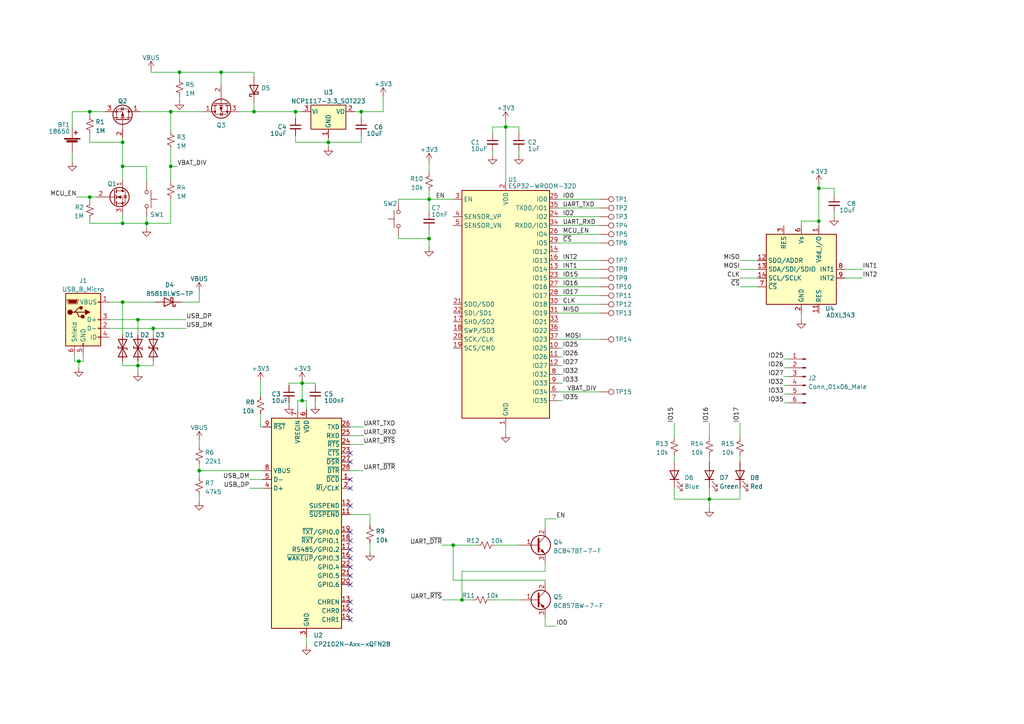
<source format=kicad_sch>
(kicad_sch (version 20211123) (generator eeschema)
  (paper "A4")
  (lib_symbols
    (symbol "Connector:Conn_01x06_Male" (pin_names (offset 1.016) hide)
      (property "Reference" "J" (at 0 7.62 0))
      (property "Value" "Conn_01x06_Male" (at 0 -10.16 0))
      (symbol "Conn_01x06_Male_1_1"
        (polyline (pts (xy 1.27 -7.62) (xy 0.8636 -7.62)) (stroke (width 0.1524)))
        (polyline (pts (xy 1.27 -5.08) (xy 0.8636 -5.08)) (stroke (width 0.1524)))
        (polyline (pts (xy 1.27 -2.54) (xy 0.8636 -2.54)) (stroke (width 0.1524)))
        (polyline (pts (xy 1.27 0) (xy 0.8636 0)) (stroke (width 0.1524)))
        (polyline (pts (xy 1.27 2.54) (xy 0.8636 2.54)) (stroke (width 0.1524)))
        (polyline (pts (xy 1.27 5.08) (xy 0.8636 5.08)) (stroke (width 0.1524)))
        (rectangle (start 0.8636 -7.493) (end 0 -7.747) (stroke (width 0.1524)) (fill (type outline)))
        (rectangle (start 0.8636 -4.953) (end 0 -5.207) (stroke (width 0.1524)) (fill (type outline)))
        (rectangle (start 0.8636 -2.413) (end 0 -2.667) (stroke (width 0.1524)) (fill (type outline)))
        (rectangle (start 0.8636 0.127) (end 0 -0.127) (stroke (width 0.1524)) (fill (type outline)))
        (rectangle (start 0.8636 2.667) (end 0 2.413) (stroke (width 0.1524)) (fill (type outline)))
        (rectangle (start 0.8636 5.207) (end 0 4.953) (stroke (width 0.1524)) (fill (type outline)))
        (pin passive line (at 5.08 5.08 180) (length 3.81) (name "Pin_1") (number "1"))
        (pin passive line (at 5.08 2.54 180) (length 3.81) (name "Pin_2") (number "2"))
        (pin passive line (at 5.08 0 180) (length 3.81) (name "Pin_3") (number "3"))
        (pin passive line (at 5.08 -2.54 180) (length 3.81) (name "Pin_4") (number "4"))
        (pin passive line (at 5.08 -5.08 180) (length 3.81) (name "Pin_5") (number "5"))
        (pin passive line (at 5.08 -7.62 180) (length 3.81) (name "Pin_6") (number "6"))
      )
    )
    (symbol "Connector:TestPoint" (pin_numbers hide) (pin_names (offset 0.762) hide)
      (property "Reference" "TP" (at 0 6.858 0))
      (property "Value" "TestPoint" (at 0 5.08 0))
      (symbol "TestPoint_0_1"
        (circle (center 0 3.302) (radius 0.762))
      )
      (symbol "TestPoint_1_1"
        (pin passive line (at 0 0 90) (length 2.54) (name "1") (number "1"))
      )
    )
    (symbol "Connector:USB_B_Micro" (pin_names (offset 1.016))
      (property "Reference" "J" (at -5.08 11.43 0))
      (property "Value" "USB_B_Micro" (at -5.08 8.89 0))
      (symbol "USB_B_Micro_0_1"
        (rectangle (start -5.08 -7.62) (end 5.08 7.62) (stroke (width 0.254)) (fill (type background)))
        (circle (center -3.81 2.159) (radius 0.635) (stroke (width 0.254)) (fill (type outline)))
        (circle (center -0.635 3.429) (radius 0.381) (stroke (width 0.254)) (fill (type outline)))
        (rectangle (start -0.127 -7.62) (end 0.127 -6.858))
        (polyline (pts (xy -1.905 2.159) (xy 0.635 2.159)) (stroke (width 0.254)))
        (polyline (pts (xy -3.175 2.159) (xy -2.54 2.159) (xy -1.27 3.429) (xy -0.635 3.429)) (stroke (width 0.254)))
        (polyline (pts (xy -2.54 2.159) (xy -1.905 2.159) (xy -1.27 0.889) (xy 0 0.889)) (stroke (width 0.254)))
        (polyline (pts (xy 0.635 2.794) (xy 0.635 1.524) (xy 1.905 2.159) (xy 0.635 2.794)) (stroke (width 0.254)) (fill (type outline)))
        (polyline (pts (xy -4.318 5.588) (xy -1.778 5.588) (xy -2.032 4.826) (xy -4.064 4.826) (xy -4.318 5.588)) (fill (type outline)))
        (polyline (pts (xy -4.699 5.842) (xy -4.699 5.588) (xy -4.445 4.826) (xy -4.445 4.572) (xy -1.651 4.572) (xy -1.651 4.826) (xy -1.397 5.588) (xy -1.397 5.842) (xy -4.699 5.842)))
        (rectangle (start 0.254 1.27) (end -0.508 0.508) (stroke (width 0.254)) (fill (type outline)))
        (rectangle (start 5.08 -5.207) (end 4.318 -4.953))
        (rectangle (start 5.08 -2.667) (end 4.318 -2.413))
        (rectangle (start 5.08 -0.127) (end 4.318 0.127))
        (rectangle (start 5.08 4.953) (end 4.318 5.207))
      )
      (symbol "USB_B_Micro_1_1"
        (pin power_out line (at 7.62 5.08 180) (length 2.54) (name "VBUS") (number "1"))
        (pin bidirectional line (at 7.62 -2.54 180) (length 2.54) (name "D-") (number "2"))
        (pin bidirectional line (at 7.62 0 180) (length 2.54) (name "D+") (number "3"))
        (pin passive line (at 7.62 -5.08 180) (length 2.54) (name "ID") (number "4"))
        (pin power_out line (at 0 -10.16 90) (length 2.54) (name "GND") (number "5"))
        (pin passive line (at -2.54 -10.16 90) (length 2.54) (name "Shield") (number "6"))
      )
    )
    (symbol "Device:Battery_Cell" (pin_numbers hide) (pin_names (offset 0) hide)
      (property "Reference" "BT" (at 2.54 2.54 0))
      (property "Value" "Battery_Cell" (at 2.54 0 0))
      (symbol "Battery_Cell_0_1"
        (rectangle (start -2.286 1.778) (end 2.286 1.524) (fill (type outline)))
        (rectangle (start -1.5748 1.1938) (end 1.4732 0.6858) (fill (type outline)))
        (polyline (pts (xy 0 0.762) (xy 0 0)))
        (polyline (pts (xy 0 1.778) (xy 0 2.54)))
        (polyline (pts (xy 0.508 3.429) (xy 1.524 3.429)) (stroke (width 0.254)))
        (polyline (pts (xy 1.016 3.937) (xy 1.016 2.921)) (stroke (width 0.254)))
      )
      (symbol "Battery_Cell_1_1"
        (pin passive line (at 0 5.08 270) (length 2.54) (name "+") (number "1"))
        (pin passive line (at 0 -2.54 90) (length 2.54) (name "-") (number "2"))
      )
    )
    (symbol "Device:C_Small" (pin_numbers hide) (pin_names (offset 0.254) hide)
      (property "Reference" "C" (at 0.254 1.778 0))
      (property "Value" "C_Small" (at 0.254 -2.032 0))
      (symbol "C_Small_0_1"
        (polyline (pts (xy -1.524 -0.508) (xy 1.524 -0.508)) (stroke (width 0.3302)))
        (polyline (pts (xy -1.524 0.508) (xy 1.524 0.508)) (stroke (width 0.3048)))
      )
      (symbol "C_Small_1_1"
        (pin passive line (at 0 2.54 270) (length 2.032) (name "~") (number "1"))
        (pin passive line (at 0 -2.54 90) (length 2.032) (name "~") (number "2"))
      )
    )
    (symbol "Device:D_Schottky" (pin_numbers hide) (pin_names (offset 1.016) hide)
      (property "Reference" "D" (at 0 2.54 0))
      (property "Value" "D_Schottky" (at 0 -2.54 0))
      (symbol "D_Schottky_0_1"
        (polyline (pts (xy 1.27 0) (xy -1.27 0)))
        (polyline (pts (xy 1.27 1.27) (xy 1.27 -1.27) (xy -1.27 0) (xy 1.27 1.27)) (stroke (width 0.254)))
        (polyline (pts (xy -1.905 0.635) (xy -1.905 1.27) (xy -1.27 1.27) (xy -1.27 -1.27) (xy -0.635 -1.27) (xy -0.635 -0.635)) (stroke (width 0.254)))
      )
      (symbol "D_Schottky_1_1"
        (pin passive line (at -3.81 0 0) (length 2.54) (name "K") (number "1"))
        (pin passive line (at 3.81 0 180) (length 2.54) (name "A") (number "2"))
      )
    )
    (symbol "Device:D_TVS" (pin_numbers hide) (pin_names (offset 1.016) hide)
      (property "Reference" "D" (at 0 2.54 0))
      (property "Value" "D_TVS" (at 0 -2.54 0))
      (symbol "D_TVS_0_1"
        (polyline (pts (xy 1.27 0) (xy -1.27 0)))
        (polyline (pts (xy 0.508 1.27) (xy 0 1.27) (xy 0 -1.27) (xy -0.508 -1.27)) (stroke (width 0.254)))
        (polyline (pts (xy -2.54 1.27) (xy -2.54 -1.27) (xy 2.54 1.27) (xy 2.54 -1.27) (xy -2.54 1.27)) (stroke (width 0.254)))
      )
      (symbol "D_TVS_1_1"
        (pin passive line (at -3.81 0 0) (length 2.54) (name "A1") (number "1"))
        (pin passive line (at 3.81 0 180) (length 2.54) (name "A2") (number "2"))
      )
    )
    (symbol "Device:LED" (pin_numbers hide) (pin_names (offset 1.016) hide)
      (property "Reference" "D" (at 0 2.54 0))
      (property "Value" "LED" (at 0 -2.54 0))
      (symbol "LED_0_1"
        (polyline (pts (xy -1.27 -1.27) (xy -1.27 1.27)) (stroke (width 0.254)))
        (polyline (pts (xy -1.27 0) (xy 1.27 0)))
        (polyline (pts (xy 1.27 -1.27) (xy 1.27 1.27) (xy -1.27 0) (xy 1.27 -1.27)) (stroke (width 0.254)))
        (polyline (pts (xy -3.048 -0.762) (xy -4.572 -2.286) (xy -3.81 -2.286) (xy -4.572 -2.286) (xy -4.572 -1.524)))
        (polyline (pts (xy -1.778 -0.762) (xy -3.302 -2.286) (xy -2.54 -2.286) (xy -3.302 -2.286) (xy -3.302 -1.524)))
      )
      (symbol "LED_1_1"
        (pin passive line (at -3.81 0 0) (length 2.54) (name "K") (number "1"))
        (pin passive line (at 3.81 0 180) (length 2.54) (name "A") (number "2"))
      )
    )
    (symbol "Device:Q_NMOS_DGS" (pin_names (offset 0) hide)
      (property "Reference" "Q" (at 5.08 1.27 0))
      (property "Value" "Q_NMOS_DGS" (at 5.08 -1.27 0))
      (symbol "Q_NMOS_DGS_0_1"
        (polyline (pts (xy 0.254 0) (xy -2.54 0)))
        (polyline (pts (xy 0.254 1.905) (xy 0.254 -1.905)) (stroke (width 0.254)))
        (polyline (pts (xy 0.762 -1.27) (xy 0.762 -2.286)) (stroke (width 0.254)))
        (polyline (pts (xy 0.762 0.508) (xy 0.762 -0.508)) (stroke (width 0.254)))
        (polyline (pts (xy 0.762 2.286) (xy 0.762 1.27)) (stroke (width 0.254)))
        (polyline (pts (xy 2.54 2.54) (xy 2.54 1.778)))
        (polyline (pts (xy 2.54 -2.54) (xy 2.54 0) (xy 0.762 0)))
        (polyline (pts (xy 0.762 -1.778) (xy 3.302 -1.778) (xy 3.302 1.778) (xy 0.762 1.778)))
        (polyline (pts (xy 1.016 0) (xy 2.032 0.381) (xy 2.032 -0.381) (xy 1.016 0)) (fill (type outline)))
        (polyline (pts (xy 2.794 0.508) (xy 2.921 0.381) (xy 3.683 0.381) (xy 3.81 0.254)))
        (polyline (pts (xy 3.302 0.381) (xy 2.921 -0.254) (xy 3.683 -0.254) (xy 3.302 0.381)))
        (circle (center 1.651 0) (radius 2.794) (stroke (width 0.254)))
        (circle (center 2.54 -1.778) (radius 0.254) (fill (type outline)))
        (circle (center 2.54 1.778) (radius 0.254) (fill (type outline)))
      )
      (symbol "Q_NMOS_DGS_1_1"
        (pin passive line (at 2.54 5.08 270) (length 2.54) (name "D") (number "1"))
        (pin input line (at -5.08 0 0) (length 2.54) (name "G") (number "2"))
        (pin passive line (at 2.54 -5.08 90) (length 2.54) (name "S") (number "3"))
      )
    )
    (symbol "Device:Q_NPN_BCE" (pin_names (offset 0) hide)
      (property "Reference" "Q" (at 5.08 1.27 0))
      (property "Value" "Q_NPN_BCE" (at 5.08 -1.27 0))
      (symbol "Q_NPN_BCE_0_1"
        (polyline (pts (xy 0.635 0.635) (xy 2.54 2.54)))
        (polyline (pts (xy 0.635 -0.635) (xy 2.54 -2.54) (xy 2.54 -2.54)))
        (polyline (pts (xy 0.635 1.905) (xy 0.635 -1.905) (xy 0.635 -1.905)) (stroke (width 0.508)))
        (polyline (pts (xy 1.27 -1.778) (xy 1.778 -1.27) (xy 2.286 -2.286) (xy 1.27 -1.778) (xy 1.27 -1.778)) (fill (type outline)))
        (circle (center 1.27 0) (radius 2.8194) (stroke (width 0.254)))
      )
      (symbol "Q_NPN_BCE_1_1"
        (pin input line (at -5.08 0 0) (length 5.715) (name "B") (number "1"))
        (pin passive line (at 2.54 5.08 270) (length 2.54) (name "C") (number "2"))
        (pin passive line (at 2.54 -5.08 90) (length 2.54) (name "E") (number "3"))
      )
    )
    (symbol "Device:Q_PMOS_DGS" (pin_names (offset 0) hide)
      (property "Reference" "Q" (at 5.08 1.27 0))
      (property "Value" "Q_PMOS_DGS" (at 5.08 -1.27 0))
      (symbol "Q_PMOS_DGS_0_1"
        (polyline (pts (xy 0.254 0) (xy -2.54 0)))
        (polyline (pts (xy 0.254 1.905) (xy 0.254 -1.905)) (stroke (width 0.254)))
        (polyline (pts (xy 0.762 -1.27) (xy 0.762 -2.286)) (stroke (width 0.254)))
        (polyline (pts (xy 0.762 0.508) (xy 0.762 -0.508)) (stroke (width 0.254)))
        (polyline (pts (xy 0.762 2.286) (xy 0.762 1.27)) (stroke (width 0.254)))
        (polyline (pts (xy 2.54 2.54) (xy 2.54 1.778)))
        (polyline (pts (xy 2.54 -2.54) (xy 2.54 0) (xy 0.762 0)))
        (polyline (pts (xy 0.762 1.778) (xy 3.302 1.778) (xy 3.302 -1.778) (xy 0.762 -1.778)))
        (polyline (pts (xy 2.286 0) (xy 1.27 0.381) (xy 1.27 -0.381) (xy 2.286 0)) (fill (type outline)))
        (polyline (pts (xy 2.794 -0.508) (xy 2.921 -0.381) (xy 3.683 -0.381) (xy 3.81 -0.254)))
        (polyline (pts (xy 3.302 -0.381) (xy 2.921 0.254) (xy 3.683 0.254) (xy 3.302 -0.381)))
        (circle (center 1.651 0) (radius 2.794) (stroke (width 0.254)))
        (circle (center 2.54 -1.778) (radius 0.254) (fill (type outline)))
        (circle (center 2.54 1.778) (radius 0.254) (fill (type outline)))
      )
      (symbol "Q_PMOS_DGS_1_1"
        (pin passive line (at 2.54 5.08 270) (length 2.54) (name "D") (number "1"))
        (pin input line (at -5.08 0 0) (length 2.54) (name "G") (number "2"))
        (pin passive line (at 2.54 -5.08 90) (length 2.54) (name "S") (number "3"))
      )
    )
    (symbol "Device:Q_PNP_BCE" (pin_names (offset 0) hide)
      (property "Reference" "Q" (at 5.08 1.27 0))
      (property "Value" "Q_PNP_BCE" (at 5.08 -1.27 0))
      (symbol "Q_PNP_BCE_0_1"
        (polyline (pts (xy 0.635 0.635) (xy 2.54 2.54)))
        (polyline (pts (xy 0.635 -0.635) (xy 2.54 -2.54) (xy 2.54 -2.54)))
        (polyline (pts (xy 0.635 1.905) (xy 0.635 -1.905) (xy 0.635 -1.905)) (stroke (width 0.508)))
        (polyline (pts (xy 2.286 -1.778) (xy 1.778 -2.286) (xy 1.27 -1.27) (xy 2.286 -1.778) (xy 2.286 -1.778)) (fill (type outline)))
        (circle (center 1.27 0) (radius 2.8194) (stroke (width 0.254)))
      )
      (symbol "Q_PNP_BCE_1_1"
        (pin input line (at -5.08 0 0) (length 5.715) (name "B") (number "1"))
        (pin passive line (at 2.54 5.08 270) (length 2.54) (name "C") (number "2"))
        (pin passive line (at 2.54 -5.08 90) (length 2.54) (name "E") (number "3"))
      )
    )
    (symbol "Device:R_Small_US" (pin_numbers hide) (pin_names (offset 0.254) hide)
      (property "Reference" "R" (at 0.762 0.508 0))
      (property "Value" "R_Small_US" (at 0.762 -1.016 0))
      (symbol "R_Small_US_1_1"
        (polyline (pts (xy 0 0) (xy 1.016 -0.381) (xy 0 -0.762) (xy -1.016 -1.143) (xy 0 -1.524)))
        (polyline (pts (xy 0 1.524) (xy 1.016 1.143) (xy 0 0.762) (xy -1.016 0.381) (xy 0 0)))
        (pin passive line (at 0 2.54 270) (length 1.016) (name "~") (number "1"))
        (pin passive line (at 0 -2.54 90) (length 1.016) (name "~") (number "2"))
      )
    )
    (symbol "Interface_USB:CP2102N-Axx-xQFN28"
      (property "Reference" "U" (at -8.89 31.75 0))
      (property "Value" "CP2102N-Axx-xQFN28" (at 12.7 31.75 0))
      (symbol "CP2102N-Axx-xQFN28_0_1"
        (rectangle (start -10.16 30.48) (end 10.16 -30.48) (stroke (width 0.254)) (fill (type background)))
      )
      (symbol "CP2102N-Axx-xQFN28_1_1"
        (pin input line (at 12.7 12.7 180) (length 2.54) (name "~{DCD}") (number "1"))
        (pin no_connect line (at -10.16 -27.94 0) (length 2.54) hide (name "NC") (number "10"))
        (pin output line (at 12.7 2.54 180) (length 2.54) (name "~{SUSPEND}") (number "11"))
        (pin output line (at 12.7 5.08 180) (length 2.54) (name "SUSPEND") (number "12"))
        (pin output line (at 12.7 -22.86 180) (length 2.54) (name "CHREN") (number "13"))
        (pin output line (at 12.7 -27.94 180) (length 2.54) (name "CHR1") (number "14"))
        (pin output line (at 12.7 -25.4 180) (length 2.54) (name "CHR0") (number "15"))
        (pin bidirectional line (at 12.7 -10.16 180) (length 2.54) (name "~{WAKEUP}/GPIO.3") (number "16"))
        (pin bidirectional line (at 12.7 -7.62 180) (length 2.54) (name "RS485/GPIO.2") (number "17"))
        (pin bidirectional line (at 12.7 -5.08 180) (length 2.54) (name "~{RXT}/GPIO.1") (number "18"))
        (pin bidirectional line (at 12.7 -2.54 180) (length 2.54) (name "~{TXT}/GPIO.0") (number "19"))
        (pin bidirectional line (at 12.7 10.16 180) (length 2.54) (name "~{RI}/CLK") (number "2"))
        (pin bidirectional line (at 12.7 -17.78 180) (length 2.54) (name "GPIO.6") (number "20"))
        (pin bidirectional line (at 12.7 -15.24 180) (length 2.54) (name "GPIO.5") (number "21"))
        (pin bidirectional line (at 12.7 -12.7 180) (length 2.54) (name "GPIO.4") (number "22"))
        (pin input line (at 12.7 20.32 180) (length 2.54) (name "~{CTS}") (number "23"))
        (pin output line (at 12.7 22.86 180) (length 2.54) (name "~{RTS}") (number "24"))
        (pin input line (at 12.7 25.4 180) (length 2.54) (name "RXD") (number "25"))
        (pin output line (at 12.7 27.94 180) (length 2.54) (name "TXD") (number "26"))
        (pin input line (at 12.7 17.78 180) (length 2.54) (name "~{DSR}") (number "27"))
        (pin output line (at 12.7 15.24 180) (length 2.54) (name "~{DTR}") (number "28"))
        (pin passive line (at 0 -33.02 90) (length 2.54) hide (name "GND") (number "29"))
        (pin power_in line (at 0 -33.02 90) (length 2.54) (name "GND") (number "3"))
        (pin bidirectional line (at -12.7 10.16 0) (length 2.54) (name "D+") (number "4"))
        (pin bidirectional line (at -12.7 12.7 0) (length 2.54) (name "D-") (number "5"))
        (pin power_in line (at 0 33.02 270) (length 2.54) (name "VDD") (number "6"))
        (pin power_in line (at -2.54 33.02 270) (length 2.54) (name "VREGIN") (number "7"))
        (pin input line (at -12.7 15.24 0) (length 2.54) (name "VBUS") (number "8"))
        (pin input line (at -12.7 27.94 0) (length 2.54) (name "~{RST}") (number "9"))
      )
    )
    (symbol "RF_Module:ESP32-WROOM-32D"
      (property "Reference" "U" (at -12.7 34.29 0))
      (property "Value" "ESP32-WROOM-32D" (at 1.27 34.29 0))
      (symbol "ESP32-WROOM-32D_0_1"
        (rectangle (start -12.7 33.02) (end 12.7 -33.02) (stroke (width 0.254)) (fill (type background)))
      )
      (symbol "ESP32-WROOM-32D_1_1"
        (pin power_in line (at 0 -35.56 90) (length 2.54) (name "GND") (number "1"))
        (pin bidirectional line (at 15.24 -12.7 180) (length 2.54) (name "IO25") (number "10"))
        (pin bidirectional line (at 15.24 -15.24 180) (length 2.54) (name "IO26") (number "11"))
        (pin bidirectional line (at 15.24 -17.78 180) (length 2.54) (name "IO27") (number "12"))
        (pin bidirectional line (at 15.24 10.16 180) (length 2.54) (name "IO14") (number "13"))
        (pin bidirectional line (at 15.24 15.24 180) (length 2.54) (name "IO12") (number "14"))
        (pin passive line (at 0 -35.56 90) (length 2.54) hide (name "GND") (number "15"))
        (pin bidirectional line (at 15.24 12.7 180) (length 2.54) (name "IO13") (number "16"))
        (pin bidirectional line (at -15.24 -5.08 0) (length 2.54) (name "SHD/SD2") (number "17"))
        (pin bidirectional line (at -15.24 -7.62 0) (length 2.54) (name "SWP/SD3") (number "18"))
        (pin bidirectional line (at -15.24 -12.7 0) (length 2.54) (name "SCS/CMD") (number "19"))
        (pin power_in line (at 0 35.56 270) (length 2.54) (name "VDD") (number "2"))
        (pin bidirectional line (at -15.24 -10.16 0) (length 2.54) (name "SCK/CLK") (number "20"))
        (pin bidirectional line (at -15.24 0 0) (length 2.54) (name "SDO/SD0") (number "21"))
        (pin bidirectional line (at -15.24 -2.54 0) (length 2.54) (name "SDI/SD1") (number "22"))
        (pin bidirectional line (at 15.24 7.62 180) (length 2.54) (name "IO15") (number "23"))
        (pin bidirectional line (at 15.24 25.4 180) (length 2.54) (name "IO2") (number "24"))
        (pin bidirectional line (at 15.24 30.48 180) (length 2.54) (name "IO0") (number "25"))
        (pin bidirectional line (at 15.24 20.32 180) (length 2.54) (name "IO4") (number "26"))
        (pin bidirectional line (at 15.24 5.08 180) (length 2.54) (name "IO16") (number "27"))
        (pin bidirectional line (at 15.24 2.54 180) (length 2.54) (name "IO17") (number "28"))
        (pin bidirectional line (at 15.24 17.78 180) (length 2.54) (name "IO5") (number "29"))
        (pin input line (at -15.24 30.48 0) (length 2.54) (name "EN") (number "3"))
        (pin bidirectional line (at 15.24 0 180) (length 2.54) (name "IO18") (number "30"))
        (pin bidirectional line (at 15.24 -2.54 180) (length 2.54) (name "IO19") (number "31"))
        (pin no_connect line (at -12.7 -27.94 0) (length 2.54) hide (name "NC") (number "32"))
        (pin bidirectional line (at 15.24 -5.08 180) (length 2.54) (name "IO21") (number "33"))
        (pin bidirectional line (at 15.24 22.86 180) (length 2.54) (name "RXD0/IO3") (number "34"))
        (pin bidirectional line (at 15.24 27.94 180) (length 2.54) (name "TXD0/IO1") (number "35"))
        (pin bidirectional line (at 15.24 -7.62 180) (length 2.54) (name "IO22") (number "36"))
        (pin bidirectional line (at 15.24 -10.16 180) (length 2.54) (name "IO23") (number "37"))
        (pin passive line (at 0 -35.56 90) (length 2.54) hide (name "GND") (number "38"))
        (pin passive line (at 0 -35.56 90) (length 2.54) hide (name "GND") (number "39"))
        (pin input line (at -15.24 25.4 0) (length 2.54) (name "SENSOR_VP") (number "4"))
        (pin input line (at -15.24 22.86 0) (length 2.54) (name "SENSOR_VN") (number "5"))
        (pin input line (at 15.24 -25.4 180) (length 2.54) (name "IO34") (number "6"))
        (pin input line (at 15.24 -27.94 180) (length 2.54) (name "IO35") (number "7"))
        (pin bidirectional line (at 15.24 -20.32 180) (length 2.54) (name "IO32") (number "8"))
        (pin bidirectional line (at 15.24 -22.86 180) (length 2.54) (name "IO33") (number "9"))
      )
    )
    (symbol "Regulator_Linear:NCP1117-3.3_SOT223" (pin_names (offset 0.254))
      (property "Reference" "U" (at -3.81 3.175 0))
      (property "Value" "NCP1117-3.3_SOT223" (at 0 3.175 0))
      (symbol "NCP1117-3.3_SOT223_0_1"
        (rectangle (start -5.08 -5.08) (end 5.08 1.905) (stroke (width 0.254)) (fill (type background)))
      )
      (symbol "NCP1117-3.3_SOT223_1_1"
        (pin power_in line (at 0 -7.62 90) (length 2.54) (name "GND") (number "1"))
        (pin power_out line (at 7.62 0 180) (length 2.54) (name "VO") (number "2"))
        (pin power_in line (at -7.62 0 0) (length 2.54) (name "VI") (number "3"))
      )
    )
    (symbol "Sensor_Motion:ADXL343"
      (property "Reference" "U" (at -8.89 11.43 0))
      (property "Value" "ADXL343" (at -7.62 -11.43 0))
      (symbol "ADXL343_0_1"
        (rectangle (start -10.16 10.16) (end 10.16 -10.16) (stroke (width 0.254)) (fill (type background)))
      )
      (symbol "ADXL343_1_1"
        (pin power_in line (at 5.08 12.7 270) (length 2.54) (name "Vdd_I/O") (number "1"))
        (pin no_connect line (at -5.08 -10.16 90) (length 2.54) hide (name "NC") (number "10"))
        (pin passive line (at 5.08 -12.7 90) (length 2.54) (name "RES") (number "11"))
        (pin bidirectional line (at -12.7 2.54 0) (length 2.54) (name "SDO/ADDR") (number "12"))
        (pin bidirectional line (at -12.7 0 0) (length 2.54) (name "SDA/SDI/SDIO") (number "13"))
        (pin input line (at -12.7 -2.54 0) (length 2.54) (name "SCL/SCLK") (number "14"))
        (pin power_in line (at 0 -12.7 90) (length 2.54) (name "GND") (number "2"))
        (pin passive line (at -5.08 12.7 270) (length 2.54) (name "RES") (number "3"))
        (pin passive line (at 0 -12.7 90) (length 2.54) hide (name "GND") (number "4"))
        (pin passive line (at 0 -12.7 90) (length 2.54) hide (name "GND") (number "5"))
        (pin power_in line (at 0 12.7 270) (length 2.54) (name "Vs") (number "6"))
        (pin input line (at -12.7 -5.08 0) (length 2.54) (name "~{CS}") (number "7"))
        (pin output line (at 12.7 0 180) (length 2.54) (name "INT1") (number "8"))
        (pin output line (at 12.7 -2.54 180) (length 2.54) (name "INT2") (number "9"))
      )
    )
    (symbol "Switch:SW_Push" (pin_numbers hide) (pin_names (offset 1.016) hide)
      (property "Reference" "SW" (at 1.27 2.54 0))
      (property "Value" "SW_Push" (at 0 -1.524 0))
      (symbol "SW_Push_0_1"
        (circle (center -2.032 0) (radius 0.508))
        (polyline (pts (xy 0 1.27) (xy 0 3.048)))
        (polyline (pts (xy 2.54 1.27) (xy -2.54 1.27)))
        (circle (center 2.032 0) (radius 0.508))
        (pin passive line (at -5.08 0 0) (length 2.54) (name "1") (number "1"))
        (pin passive line (at 5.08 0 180) (length 2.54) (name "2") (number "2"))
      )
    )
    (symbol "power:+3.3V" (power) (pin_names (offset 0))
      (property "Value" "+3.3V" (at 0 3.556 0))
      (symbol "+3.3V_0_1"
        (polyline (pts (xy -0.762 1.27) (xy 0 2.54)))
        (polyline (pts (xy 0 0) (xy 0 2.54)))
        (polyline (pts (xy 0 2.54) (xy 0.762 1.27)))
      )
      (symbol "+3.3V_1_1"
        (pin power_in line (at 0 0 90) (length 0) hide (name "+3V3") (number "1"))
      )
    )
    (symbol "power:GND" (power) (pin_names (offset 0))
      (property "Value" "GND" (at 0 -3.81 0))
      (symbol "GND_0_1"
        (polyline (pts (xy 0 0) (xy 0 -1.27) (xy 1.27 -1.27) (xy 0 -2.54) (xy -1.27 -1.27) (xy 0 -1.27)))
      )
      (symbol "GND_1_1"
        (pin power_in line (at 0 0 270) (length 0) hide (name "GND") (number "1"))
      )
    )
    (symbol "power:VBUS" (power) (pin_names (offset 0))
      (property "Value" "VBUS" (at 0 3.81 0))
      (symbol "VBUS_0_1"
        (polyline (pts (xy -0.762 1.27) (xy 0 2.54)))
        (polyline (pts (xy 0 0) (xy 0 2.54)))
        (polyline (pts (xy 0 2.54) (xy 0.762 1.27)))
      )
      (symbol "VBUS_1_1"
        (pin power_in line (at 0 0 90) (length 0) hide (name "VBUS") (number "1"))
      )
    )
  )
  (junction (at 49.53 32.385))
  (junction (at 124.46 57.785))
  (junction (at 87.63 111.125))
  (junction (at 87.63 116.205))
  (junction (at 35.56 41.275))
  (junction (at 104.775 32.385))
  (junction (at 131.445 158.115))
  (junction (at 85.725 32.385))
  (junction (at 73.66 32.385))
  (junction (at 237.49 54.61))
  (junction (at 133.985 173.99))
  (junction (at 124.46 69.215))
  (junction (at 35.56 87.63))
  (junction (at 49.53 48.26))
  (junction (at 22.86 104.775))
  (junction (at 95.25 41.275))
  (junction (at 42.545 64.77))
  (junction (at 40.005 106.045))
  (junction (at 35.56 64.77))
  (junction (at 35.56 48.26))
  (junction (at 237.49 64.135))
  (junction (at 146.685 36.83))
  (junction (at 26.035 32.385))
  (junction (at 205.74 144.78))
  (junction (at 52.07 20.955))
  (junction (at 26.035 57.15))
  (junction (at 40.005 92.71))
  (junction (at 44.45 95.25))
  (junction (at 57.785 136.525))
  (junction (at 64.135 20.955))
  (no_connect (at 101.6 146.685))
  (no_connect (at 101.6 154.305))
  (no_connect (at 101.6 177.165))
  (no_connect (at 101.6 179.705))
  (no_connect (at 101.6 174.625))
  (no_connect (at 101.6 156.845))
  (no_connect (at 101.6 169.545))
  (no_connect (at 101.6 167.005))
  (no_connect (at 101.6 164.465))
  (no_connect (at 101.6 161.925))
  (no_connect (at 101.6 159.385))
  (no_connect (at 101.6 133.985))
  (no_connect (at 101.6 139.065))
  (no_connect (at 101.6 141.605))
  (no_connect (at 101.6 131.445))
  (wire (pts (xy 214.63 132.08) (xy 214.63 133.985)))
  (wire (pts (xy 42.545 62.865) (xy 42.545 64.77)))
  (wire (pts (xy 104.775 32.385) (xy 102.87 32.385)))
  (wire (pts (xy 64.135 20.955) (xy 73.66 20.955)))
  (wire (pts (xy 43.815 20.955) (xy 52.07 20.955)))
  (wire (pts (xy 101.6 136.525) (xy 105.41 136.525)))
  (wire (pts (xy 214.63 75.565) (xy 219.71 75.565)))
  (wire (pts (xy 161.925 90.805) (xy 173.99 90.805)))
  (wire (pts (xy 250.19 78.105) (xy 245.11 78.105)))
  (wire (pts (xy 76.2 139.065) (xy 72.39 139.065)))
  (wire (pts (xy 88.9 116.205) (xy 88.9 118.745)))
  (wire (pts (xy 91.44 111.76) (xy 91.44 111.125)))
  (wire (pts (xy 40.005 104.775) (xy 40.005 106.045)))
  (wire (pts (xy 76.2 136.525) (xy 57.785 136.525)))
  (wire (pts (xy 228.6 104.14) (xy 227.33 104.14)))
  (wire (pts (xy 86.36 116.205) (xy 87.63 116.205)))
  (wire (pts (xy 161.925 67.945) (xy 173.99 67.945)))
  (wire (pts (xy 107.315 149.225) (xy 107.315 152.4)))
  (wire (pts (xy 91.44 111.125) (xy 87.63 111.125)))
  (wire (pts (xy 158.115 150.495) (xy 161.29 150.495)))
  (wire (pts (xy 161.925 85.725) (xy 173.99 85.725)))
  (wire (pts (xy 205.74 132.08) (xy 205.74 133.985)))
  (wire (pts (xy 85.725 39.37) (xy 85.725 41.275)))
  (wire (pts (xy 228.6 106.68) (xy 227.33 106.68)))
  (wire (pts (xy 133.985 173.99) (xy 133.985 165.735)))
  (wire (pts (xy 49.53 64.77) (xy 42.545 64.77)))
  (wire (pts (xy 73.66 29.845) (xy 73.66 32.385)))
  (wire (pts (xy 87.63 111.125) (xy 87.63 110.49)))
  (wire (pts (xy 161.925 80.645) (xy 173.99 80.645)))
  (wire (pts (xy 85.725 41.275) (xy 95.25 41.275)))
  (wire (pts (xy 111.125 27.94) (xy 111.125 32.385)))
  (wire (pts (xy 20.955 36.83) (xy 20.955 32.385)))
  (wire (pts (xy 44.45 95.25) (xy 44.45 97.155)))
  (wire (pts (xy 124.46 57.785) (xy 124.46 61.595)))
  (wire (pts (xy 75.565 123.825) (xy 75.565 120.015)))
  (wire (pts (xy 161.925 75.565) (xy 173.99 75.565)))
  (wire (pts (xy 40.005 106.045) (xy 40.005 107.95)))
  (wire (pts (xy 237.49 54.61) (xy 241.935 54.61)))
  (wire (pts (xy 57.785 136.525) (xy 57.785 134.62)))
  (wire (pts (xy 161.925 100.965) (xy 163.195 100.965)))
  (wire (pts (xy 232.41 65.405) (xy 232.41 64.135)))
  (wire (pts (xy 214.63 78.105) (xy 219.71 78.105)))
  (wire (pts (xy 42.545 64.77) (xy 42.545 66.04)))
  (wire (pts (xy 250.19 80.645) (xy 245.11 80.645)))
  (wire (pts (xy 161.925 57.785) (xy 173.99 57.785)))
  (wire (pts (xy 214.63 122.555) (xy 214.63 127)))
  (wire (pts (xy 128.27 173.99) (xy 133.985 173.99)))
  (wire (pts (xy 35.56 40.005) (xy 35.56 41.275)))
  (wire (pts (xy 101.6 126.365) (xy 105.41 126.365)))
  (wire (pts (xy 49.53 32.385) (xy 59.055 32.385)))
  (wire (pts (xy 161.925 98.425) (xy 173.99 98.425)))
  (wire (pts (xy 161.925 60.325) (xy 173.99 60.325)))
  (wire (pts (xy 22.86 104.775) (xy 22.86 106.68)))
  (wire (pts (xy 107.315 157.48) (xy 107.315 160.02)))
  (wire (pts (xy 57.785 136.525) (xy 57.785 138.43)))
  (wire (pts (xy 237.49 53.34) (xy 237.49 54.61)))
  (wire (pts (xy 40.005 92.71) (xy 53.975 92.71)))
  (wire (pts (xy 83.82 116.84) (xy 83.82 117.475)))
  (wire (pts (xy 20.955 32.385) (xy 26.035 32.385)))
  (wire (pts (xy 142.875 36.83) (xy 146.685 36.83)))
  (wire (pts (xy 44.45 106.045) (xy 40.005 106.045)))
  (wire (pts (xy 124.46 57.785) (xy 131.445 57.785)))
  (wire (pts (xy 35.56 48.26) (xy 42.545 48.26)))
  (wire (pts (xy 88.9 184.785) (xy 88.9 187.325)))
  (wire (pts (xy 150.495 43.815) (xy 150.495 45.085)))
  (wire (pts (xy 228.6 116.84) (xy 227.33 116.84)))
  (wire (pts (xy 20.955 44.45) (xy 20.955 46.99)))
  (wire (pts (xy 64.135 20.955) (xy 64.135 24.765)))
  (wire (pts (xy 26.035 63.5) (xy 26.035 64.77)))
  (wire (pts (xy 142.875 38.735) (xy 142.875 36.83)))
  (wire (pts (xy 83.82 111.76) (xy 83.82 111.125)))
  (wire (pts (xy 214.63 80.645) (xy 219.71 80.645)))
  (wire (pts (xy 21.59 104.775) (xy 22.86 104.775)))
  (wire (pts (xy 146.685 34.925) (xy 146.685 36.83)))
  (wire (pts (xy 241.935 61.595) (xy 241.935 62.865)))
  (wire (pts (xy 44.45 95.25) (xy 53.975 95.25)))
  (wire (pts (xy 195.58 122.555) (xy 195.58 127)))
  (wire (pts (xy 26.035 41.275) (xy 35.56 41.275)))
  (wire (pts (xy 205.74 144.78) (xy 205.74 147.32)))
  (wire (pts (xy 115.57 58.42) (xy 115.57 57.785)))
  (wire (pts (xy 35.56 62.23) (xy 35.56 64.77)))
  (wire (pts (xy 237.49 54.61) (xy 237.49 64.135)))
  (wire (pts (xy 69.215 32.385) (xy 73.66 32.385)))
  (wire (pts (xy 26.035 57.15) (xy 27.94 57.15)))
  (wire (pts (xy 91.44 116.84) (xy 91.44 117.475)))
  (wire (pts (xy 128.27 158.115) (xy 131.445 158.115)))
  (wire (pts (xy 43.815 20.32) (xy 43.815 20.955)))
  (wire (pts (xy 26.035 57.15) (xy 22.225 57.15)))
  (wire (pts (xy 85.725 32.385) (xy 85.725 34.29)))
  (wire (pts (xy 49.53 48.26) (xy 51.435 48.26)))
  (wire (pts (xy 161.925 103.505) (xy 163.195 103.505)))
  (wire (pts (xy 158.115 179.07) (xy 158.115 181.61)))
  (wire (pts (xy 115.57 57.785) (xy 124.46 57.785)))
  (wire (pts (xy 124.46 46.99) (xy 124.46 50.165)))
  (wire (pts (xy 205.74 144.78) (xy 214.63 144.78)))
  (wire (pts (xy 104.775 41.275) (xy 95.25 41.275)))
  (wire (pts (xy 161.925 111.125) (xy 163.195 111.125)))
  (wire (pts (xy 195.58 141.605) (xy 195.58 144.78)))
  (wire (pts (xy 158.115 168.275) (xy 131.445 168.275)))
  (wire (pts (xy 214.63 144.78) (xy 214.63 141.605)))
  (wire (pts (xy 161.925 106.045) (xy 163.195 106.045)))
  (wire (pts (xy 57.785 143.51) (xy 57.785 145.415)))
  (wire (pts (xy 195.58 132.08) (xy 195.58 133.985)))
  (wire (pts (xy 133.985 173.99) (xy 137.16 173.99)))
  (wire (pts (xy 205.74 122.555) (xy 205.74 127)))
  (wire (pts (xy 40.64 32.385) (xy 49.53 32.385)))
  (wire (pts (xy 101.6 149.225) (xy 107.315 149.225)))
  (wire (pts (xy 142.875 43.815) (xy 142.875 45.085)))
  (wire (pts (xy 57.785 127.635) (xy 57.785 129.54)))
  (wire (pts (xy 232.41 90.805) (xy 232.41 92.71)))
  (wire (pts (xy 35.56 87.63) (xy 45.085 87.63)))
  (wire (pts (xy 142.24 173.99) (xy 150.495 173.99)))
  (wire (pts (xy 52.07 22.86) (xy 52.07 20.955)))
  (wire (pts (xy 35.56 87.63) (xy 35.56 97.155)))
  (wire (pts (xy 205.74 141.605) (xy 205.74 144.78)))
  (wire (pts (xy 158.115 153.035) (xy 158.115 150.495)))
  (wire (pts (xy 31.75 87.63) (xy 35.56 87.63)))
  (wire (pts (xy 161.925 78.105) (xy 173.99 78.105)))
  (wire (pts (xy 111.125 32.385) (xy 104.775 32.385)))
  (wire (pts (xy 214.63 83.185) (xy 219.71 83.185)))
  (wire (pts (xy 161.925 116.205) (xy 163.195 116.205)))
  (wire (pts (xy 228.6 109.22) (xy 227.33 109.22)))
  (wire (pts (xy 49.53 48.26) (xy 49.53 52.705)))
  (wire (pts (xy 161.925 88.265) (xy 173.99 88.265)))
  (wire (pts (xy 76.2 123.825) (xy 75.565 123.825)))
  (wire (pts (xy 158.115 165.735) (xy 158.115 163.195)))
  (wire (pts (xy 95.25 40.005) (xy 95.25 41.275)))
  (wire (pts (xy 241.935 56.515) (xy 241.935 54.61)))
  (wire (pts (xy 35.56 41.275) (xy 35.56 48.26)))
  (wire (pts (xy 237.49 64.135) (xy 237.49 65.405)))
  (wire (pts (xy 87.63 116.205) (xy 88.9 116.205)))
  (wire (pts (xy 22.86 104.775) (xy 24.13 104.775)))
  (wire (pts (xy 124.46 66.675) (xy 124.46 69.215)))
  (wire (pts (xy 40.005 106.045) (xy 35.56 106.045)))
  (wire (pts (xy 40.005 92.71) (xy 40.005 97.155)))
  (wire (pts (xy 42.545 48.26) (xy 42.545 52.705)))
  (wire (pts (xy 143.51 158.115) (xy 150.495 158.115)))
  (wire (pts (xy 83.82 111.125) (xy 87.63 111.125)))
  (wire (pts (xy 52.07 20.955) (xy 64.135 20.955)))
  (wire (pts (xy 161.925 113.665) (xy 173.99 113.665)))
  (wire (pts (xy 150.495 38.735) (xy 150.495 36.83)))
  (wire (pts (xy 150.495 36.83) (xy 146.685 36.83)))
  (wire (pts (xy 26.035 32.385) (xy 26.035 33.655)))
  (wire (pts (xy 57.785 84.455) (xy 57.785 87.63)))
  (wire (pts (xy 24.13 104.775) (xy 24.13 102.87)))
  (wire (pts (xy 75.565 114.935) (xy 75.565 110.49)))
  (wire (pts (xy 86.36 118.745) (xy 86.36 116.205)))
  (wire (pts (xy 72.39 141.605) (xy 76.2 141.605)))
  (wire (pts (xy 124.46 69.215) (xy 124.46 71.755)))
  (wire (pts (xy 161.925 83.185) (xy 173.99 83.185)))
  (wire (pts (xy 21.59 102.87) (xy 21.59 104.775)))
  (wire (pts (xy 131.445 158.115) (xy 138.43 158.115)))
  (wire (pts (xy 73.66 32.385) (xy 85.725 32.385)))
  (wire (pts (xy 101.6 128.905) (xy 105.41 128.905)))
  (wire (pts (xy 35.56 106.045) (xy 35.56 104.775)))
  (wire (pts (xy 228.6 111.76) (xy 227.33 111.76)))
  (wire (pts (xy 31.75 95.25) (xy 44.45 95.25)))
  (wire (pts (xy 73.66 20.955) (xy 73.66 22.225)))
  (wire (pts (xy 161.925 62.865) (xy 173.99 62.865)))
  (wire (pts (xy 146.685 123.825) (xy 146.685 125.73)))
  (wire (pts (xy 44.45 104.775) (xy 44.45 106.045)))
  (wire (pts (xy 49.53 43.18) (xy 49.53 48.26)))
  (wire (pts (xy 26.035 32.385) (xy 30.48 32.385)))
  (wire (pts (xy 158.115 168.91) (xy 158.115 168.275)))
  (wire (pts (xy 85.725 32.385) (xy 87.63 32.385)))
  (wire (pts (xy 31.75 92.71) (xy 40.005 92.71)))
  (wire (pts (xy 101.6 123.825) (xy 105.41 123.825)))
  (wire (pts (xy 161.925 70.485) (xy 173.99 70.485)))
  (wire (pts (xy 161.925 65.405) (xy 173.99 65.405)))
  (wire (pts (xy 124.46 55.245) (xy 124.46 57.785)))
  (wire (pts (xy 26.035 38.735) (xy 26.035 41.275)))
  (wire (pts (xy 35.56 48.26) (xy 35.56 52.07)))
  (wire (pts (xy 115.57 68.58) (xy 115.57 69.215)))
  (wire (pts (xy 95.25 41.275) (xy 95.25 42.545)))
  (wire (pts (xy 35.56 64.77) (xy 26.035 64.77)))
  (wire (pts (xy 195.58 144.78) (xy 205.74 144.78)))
  (wire (pts (xy 87.63 116.205) (xy 87.63 111.125)))
  (wire (pts (xy 232.41 64.135) (xy 237.49 64.135)))
  (wire (pts (xy 52.705 87.63) (xy 57.785 87.63)))
  (wire (pts (xy 52.07 27.94) (xy 52.07 29.21)))
  (wire (pts (xy 49.53 32.385) (xy 49.53 38.1)))
  (wire (pts (xy 131.445 168.275) (xy 131.445 158.115)))
  (wire (pts (xy 158.115 181.61) (xy 161.29 181.61)))
  (wire (pts (xy 133.985 165.735) (xy 158.115 165.735)))
  (wire (pts (xy 49.53 57.785) (xy 49.53 64.77)))
  (wire (pts (xy 35.56 64.77) (xy 42.545 64.77)))
  (wire (pts (xy 146.685 36.83) (xy 146.685 52.705)))
  (wire (pts (xy 161.925 108.585) (xy 163.195 108.585)))
  (wire (pts (xy 104.775 39.37) (xy 104.775 41.275)))
  (wire (pts (xy 26.035 57.15) (xy 26.035 58.42)))
  (wire (pts (xy 104.775 32.385) (xy 104.775 34.29)))
  (wire (pts (xy 228.6 114.3) (xy 227.33 114.3)))
  (wire (pts (xy 115.57 69.215) (xy 124.46 69.215)))
  (label "IO17" (at 163.195 85.725 0))
  (label "EN" (at 161.29 150.495 0))
  (label "IO25" (at 163.195 100.965 0))
  (label "CLK" (at 214.63 80.645 180))
  (label "MOSI" (at 163.83 98.425 0))
  (label "IO2" (at 163.195 62.865 0))
  (label "IO27" (at 163.195 106.045 0))
  (label "MISO" (at 163.195 90.805 0))
  (label "INT1" (at 250.19 78.105 0))
  (label "INT1" (at 163.195 78.105 0))
  (label "~{CS}" (at 163.195 70.485 0))
  (label "USB_DP" (at 72.39 141.605 180))
  (label "USB_DM" (at 53.975 95.25 0))
  (label "IO17" (at 214.63 122.555 90))
  (label "IO26" (at 163.195 103.505 0))
  (label "IO35" (at 227.33 116.84 180))
  (label "UART_TXD" (at 105.41 123.825 0))
  (label "IO16" (at 163.195 83.185 0))
  (label "UART_~{DTR}" (at 105.41 136.525 0))
  (label "IO33" (at 227.33 114.3 180))
  (label "USB_DP" (at 53.975 92.71 0))
  (label "USB_DM" (at 72.39 139.065 180))
  (label "UART_~{RTS}" (at 128.27 173.99 180))
  (label "IO33" (at 163.195 111.125 0))
  (label "UART_~{RTS}" (at 105.41 128.905 0))
  (label "CLK" (at 163.195 88.265 0))
  (label "IO25" (at 227.33 104.14 180))
  (label "INT2" (at 250.19 80.645 0))
  (label "UART_RXD" (at 163.195 65.405 0))
  (label "IO15" (at 195.58 122.555 90))
  (label "VBAT_DIV" (at 164.465 113.665 0))
  (label "MISO" (at 214.63 75.565 180))
  (label "IO0" (at 163.195 57.785 0))
  (label "IO32" (at 227.33 111.76 180))
  (label "IO32" (at 163.195 108.585 0))
  (label "VBAT_DIV" (at 51.435 48.26 0))
  (label "MCU_EN" (at 22.225 57.15 180))
  (label "~{CS}" (at 214.63 83.185 180))
  (label "UART_TXD" (at 163.195 60.325 0))
  (label "INT2" (at 163.195 75.565 0))
  (label "EN" (at 126.365 57.785 0))
  (label "MOSI" (at 214.63 78.105 180))
  (label "UART_~{DTR}" (at 128.27 158.115 180))
  (label "IO15" (at 163.195 80.645 0))
  (label "UART_RXD" (at 105.41 126.365 0))
  (label "IO27" (at 227.33 109.22 180))
  (label "IO0" (at 161.29 181.61 0))
  (label "IO26" (at 227.33 106.68 180))
  (label "IO16" (at 205.74 122.555 90))
  (label "IO35" (at 163.195 116.205 0))
  (label "MCU_EN" (at 163.195 67.945 0))
  (symbol (lib_id "Device:Battery_Cell") (at 20.955 41.91 0) (unit 1)
    (property "Reference" "BT1" (at 20.32 36.195 0) (effects (justify right)))
    (property "Value" "18650" (at 20.32 38.1 0) (effects (justify right)))
    (property "Footprint" "Battery:BatteryHolder_Keystone_1042_1x18650" (effects hide))
    (property "MPN" "1042" (effects hide))
  )
  (symbol (lib_id "power:GND") (at 83.82 117.475 0) (unit 1)
    (property "Reference" "#PWR014" (effects hide))
    (property "Value" "GND" (effects hide))
  )
  (symbol (lib_id "power:GND") (at 95.25 42.545 0) (unit 1)
    (property "Reference" "#PWR018" (effects hide))
    (property "Value" "GND" (effects hide))
  )
  (symbol (lib_id "power:GND") (at 241.935 62.865 0) (mirror y) (unit 1)
    (property "Reference" "#PWR027" (effects hide))
    (property "Value" "GND" (effects hide))
  )
  (symbol (lib_id "Connector:TestPoint") (at 173.99 62.865 270) (unit 1)
    (property "Reference" "TP3" (at 178.435 62.865 90) (effects (justify left)))
    (property "Value" "TestPoint" (effects hide))
  )
  (symbol (lib_id "Device:Q_PMOS_DGS") (at 64.135 29.845 90) (mirror x) (unit 1)
    (property "Reference" "Q3" (at 64.135 36.3204 90))
    (property "Value" "Q_PMOS_DGS" (effects hide))
    (property "MPN" "DMP2004K-7" (effects hide))
  )
  (symbol (lib_id "Device:R_Small_US") (at 205.74 129.54 0) (mirror x) (unit 1)
    (property "Reference" "R14" (at 204.0891 128.7053 0) (effects (justify right)))
    (property "Value" "10k" (at 204.0891 131.2422 0) (effects (justify right)))
  )
  (symbol (lib_id "Device:R_Small_US") (at 214.63 129.54 0) (mirror x) (unit 1)
    (property "Reference" "R15" (at 212.9791 128.7053 0) (effects (justify right)))
    (property "Value" "10k" (at 212.9791 131.2422 0) (effects (justify right)))
  )
  (symbol (lib_id "power:VBUS") (at 43.815 20.32 0) (unit 1)
    (property "Reference" "#PWR08" (effects hide))
    (property "Value" "VBUS" (at 43.815 16.7442 0))
  )
  (symbol (lib_id "Device:R_Small_US") (at 52.07 25.4 0) (unit 1)
    (property "Reference" "R5" (at 53.721 24.5653 0) (effects (justify left)))
    (property "Value" "1M" (at 53.721 27.1022 0) (effects (justify left)))
  )
  (symbol (lib_id "Switch:SW_Push") (at 42.545 57.785 270) (mirror x) (unit 1)
    (property "Reference" "SW1" (at 47.625 62.23 90) (effects (justify right)))
    (property "Value" "SW_Push" (effects hide))
  )
  (symbol (lib_id "Device:R_Small_US") (at 57.785 140.97 0) (unit 1)
    (property "Reference" "R7" (at 59.436 140.1353 0) (effects (justify left)))
    (property "Value" "47k5" (at 59.436 142.6722 0) (effects (justify left)))
  )
  (symbol (lib_id "Device:D_Schottky") (at 48.895 87.63 180) (unit 1)
    (property "Reference" "D4" (at 49.2125 82.6602 0))
    (property "Value" "B5818LWS-TP" (at 49.2125 85.1971 0))
    (property "MPN" "B5818LWS-TP" (effects hide))
  )
  (symbol (lib_id "power:VBUS") (at 57.785 84.455 0) (unit 1)
    (property "Reference" "#PWR010" (effects hide))
    (property "Value" "VBUS" (at 57.785 80.8792 0))
  )
  (symbol (lib_id "power:+3.3V") (at 87.63 110.49 0) (unit 1)
    (property "Reference" "#PWR015" (effects hide))
    (property "Value" "+3.3V" (at 87.63 106.9142 0))
  )
  (symbol (lib_id "Switch:SW_Push") (at 115.57 63.5 90) (mirror x) (unit 1)
    (property "Reference" "SW2" (at 111.125 59.055 90) (effects (justify right)))
    (property "Value" "SW_Push" (effects hide))
  )
  (symbol (lib_id "Device:Q_PMOS_DGS") (at 35.56 34.925 270) (mirror x) (unit 1)
    (property "Reference" "Q2" (at 35.56 29.3172 90))
    (property "Value" "Q_PMOS_DGS" (effects hide))
    (property "MPN" "DMP2004K-7" (effects hide))
  )
  (symbol (lib_id "Device:R_Small_US") (at 57.785 132.08 0) (unit 1)
    (property "Reference" "R6" (at 59.436 131.2453 0) (effects (justify left)))
    (property "Value" "22k1" (at 59.436 133.7822 0) (effects (justify left)))
  )
  (symbol (lib_id "Device:R_Small_US") (at 140.97 158.115 90) (unit 1)
    (property "Reference" "R12" (at 137.16 156.845 90))
    (property "Value" "10k" (at 144.145 156.845 90))
  )
  (symbol (lib_id "RF_Module:ESP32-WROOM-32D") (at 146.685 88.265 0) (unit 1)
    (property "Reference" "U1" (at 147.32 52.07 0) (effects (justify left)))
    (property "Value" "ESP32-WROOM-32D" (at 147.32 53.975 0) (effects (justify left)))
    (property "Footprint" "RF_Module:ESP32-WROOM-32" (effects hide))
    (property "Datasheet" "https://www.espressif.com/sites/default/files/documentation/esp32-wroom-32d_esp32-wroom-32u_datasheet_en.pdf" (effects hide))
    (property "MPN" "ESP32-WROOM-32D-N16" (effects hide))
  )
  (symbol (lib_id "Device:LED") (at 195.58 137.795 90) (unit 1)
    (property "Reference" "D6" (at 198.501 138.5478 90) (effects (justify right)))
    (property "Value" "Blue" (at 198.501 141.0847 90) (effects (justify right)))
    (property "MPN" "LTST-C191TBKT" (effects hide))
  )
  (symbol (lib_id "Device:R_Small_US") (at 195.58 129.54 0) (mirror x) (unit 1)
    (property "Reference" "R13" (at 193.9291 128.7053 0) (effects (justify right)))
    (property "Value" "10k" (at 193.9291 131.2422 0) (effects (justify right)))
  )
  (symbol (lib_id "power:GND") (at 40.005 107.95 0) (unit 1)
    (property "Reference" "#PWR06" (effects hide))
    (property "Value" "GND" (effects hide))
  )
  (symbol (lib_id "Device:R_Small_US") (at 124.46 52.705 0) (mirror x) (unit 1)
    (property "Reference" "R10" (at 122.8091 51.8703 0) (effects (justify right)))
    (property "Value" "10k" (at 122.8091 54.4072 0) (effects (justify right)))
  )
  (symbol (lib_id "Connector:TestPoint") (at 173.99 85.725 270) (unit 1)
    (property "Reference" "TP11" (at 178.435 85.725 90) (effects (justify left)))
    (property "Value" "TestPoint" (effects hide))
  )
  (symbol (lib_id "Regulator_Linear:NCP1117-3.3_SOT223") (at 95.25 32.385 0) (unit 1)
    (property "Reference" "U3" (at 95.25 26.7802 0))
    (property "Value" "NCP1117-3.3_SOT223" (at 95.25 29.3171 0))
    (property "Footprint" "Package_TO_SOT_SMD:SOT-223-3_TabPin2" (effects hide))
    (property "Datasheet" "http://www.onsemi.com/pub_link/Collateral/NCP1117-D.PDF" (effects hide))
    (property "MPN" "NCP1117LPST33T3G" (effects hide))
  )
  (symbol (lib_id "Device:C_Small") (at 142.875 41.275 0) (unit 1)
    (property "Reference" "C1" (at 136.525 41.275 0) (effects (justify left)))
    (property "Value" "10uF" (at 136.525 43.18 0) (effects (justify left)))
  )
  (symbol (lib_id "power:GND") (at 146.685 125.73 0) (unit 1)
    (property "Reference" "#PWR023" (effects hide))
    (property "Value" "GND" (effects hide))
  )
  (symbol (lib_id "Device:D_TVS") (at 40.005 100.965 90) (unit 1)
    (property "Reference" "D2" (at 40.64 97.155 90) (effects (justify right)))
    (property "Value" "D_TVS" (effects hide))
  )
  (symbol (lib_id "Device:R_Small_US") (at 139.7 173.99 90) (unit 1)
    (property "Reference" "R11" (at 135.89 172.72 90))
    (property "Value" "10k" (at 142.875 172.72 90))
  )
  (symbol (lib_id "power:GND") (at 52.07 29.21 0) (unit 1)
    (property "Reference" "#PWR09" (effects hide))
    (property "Value" "GND" (effects hide))
  )
  (symbol (lib_id "Device:D_TVS") (at 35.56 100.965 90) (unit 1)
    (property "Reference" "D1" (at 36.195 97.155 90) (effects (justify right)))
    (property "Value" "D_TVS" (effects hide))
  )
  (symbol (lib_id "Device:Q_NMOS_DGS") (at 33.02 57.15 0) (unit 1)
    (property "Reference" "Q1" (at 31.115 53.34 0) (effects (justify left)))
    (property "Value" "Q_NMOS_DGS" (effects hide))
    (property "MPN" "DMN2004K-7" (effects hide))
  )
  (symbol (lib_id "Device:R_Small_US") (at 26.035 36.195 0) (unit 1)
    (property "Reference" "R1" (at 27.686 35.3603 0) (effects (justify left)))
    (property "Value" "1M" (at 27.686 37.8972 0) (effects (justify left)))
  )
  (symbol (lib_id "Device:LED") (at 214.63 137.795 90) (unit 1)
    (property "Reference" "D8" (at 217.551 138.5478 90) (effects (justify right)))
    (property "Value" "Red" (at 217.551 141.0847 90) (effects (justify right)))
    (property "MPN" "LTST-C191KRKT" (effects hide))
  )
  (symbol (lib_id "Connector:TestPoint") (at 173.99 60.325 270) (unit 1)
    (property "Reference" "TP2" (at 178.435 60.325 90) (effects (justify left)))
    (property "Value" "TestPoint" (effects hide))
  )
  (symbol (lib_id "Device:C_Small") (at 150.495 41.275 0) (unit 1)
    (property "Reference" "C2" (at 153.035 41.275 0) (effects (justify left)))
    (property "Value" "1uF" (at 153.035 43.18 0) (effects (justify left)))
  )
  (symbol (lib_id "power:GND") (at 88.9 187.325 0) (unit 1)
    (property "Reference" "#PWR016" (effects hide))
    (property "Value" "GND" (effects hide))
  )
  (symbol (lib_id "power:+3.3V") (at 146.685 34.925 0) (unit 1)
    (property "Reference" "#PWR02" (effects hide))
    (property "Value" "+3.3V" (at 146.685 31.3492 0))
  )
  (symbol (lib_id "power:GND") (at 232.41 92.71 0) (unit 1)
    (property "Reference" "#PWR025" (effects hide))
    (property "Value" "GND" (effects hide))
  )
  (symbol (lib_id "power:+3.3V") (at 237.49 53.34 0) (unit 1)
    (property "Reference" "#PWR026" (effects hide))
    (property "Value" "+3.3V" (at 237.49 49.7642 0))
  )
  (symbol (lib_id "power:GND") (at 205.74 147.32 0) (unit 1)
    (property "Reference" "#PWR024" (effects hide))
    (property "Value" "GND" (effects hide))
  )
  (symbol (lib_id "Device:LED") (at 205.74 137.795 90) (unit 1)
    (property "Reference" "D7" (at 208.661 138.5478 90) (effects (justify right)))
    (property "Value" "Green" (at 208.661 141.0847 90) (effects (justify right)))
    (property "MPN" "LTST-C191KGKT" (effects hide))
  )
  (symbol (lib_id "Device:R_Small_US") (at 107.315 154.94 0) (unit 1)
    (property "Reference" "R9" (at 108.966 154.1053 0) (effects (justify left)))
    (property "Value" "10k" (at 108.966 156.6422 0) (effects (justify left)))
  )
  (symbol (lib_id "Connector:TestPoint") (at 173.99 78.105 270) (unit 1)
    (property "Reference" "TP8" (at 178.435 78.105 90) (effects (justify left)))
    (property "Value" "TestPoint" (effects hide))
  )
  (symbol (lib_id "Device:C_Small") (at 85.725 36.83 0) (unit 1)
    (property "Reference" "C4" (at 83.185 36.83 0) (effects (justify right)))
    (property "Value" "10uF" (at 83.185 38.735 0) (effects (justify right)))
  )
  (symbol (lib_id "power:+3.3V") (at 111.125 27.94 0) (unit 1)
    (property "Reference" "#PWR020" (effects hide))
    (property "Value" "+3.3V" (at 111.125 24.3642 0))
  )
  (symbol (lib_id "Connector:TestPoint") (at 173.99 57.785 270) (unit 1)
    (property "Reference" "TP1" (at 178.435 57.785 90) (effects (justify left)))
    (property "Value" "TestPoint" (effects hide))
  )
  (symbol (lib_id "Connector:TestPoint") (at 173.99 75.565 270) (unit 1)
    (property "Reference" "TP7" (at 178.435 75.565 90) (effects (justify left)))
    (property "Value" "TestPoint" (effects hide))
  )
  (symbol (lib_id "power:GND") (at 42.545 66.04 0) (mirror y) (unit 1)
    (property "Reference" "#PWR07" (effects hide))
    (property "Value" "GND" (effects hide))
  )
  (symbol (lib_id "Device:R_Small_US") (at 49.53 40.64 0) (unit 1)
    (property "Reference" "R3" (at 51.181 39.8053 0) (effects (justify left)))
    (property "Value" "1M" (at 51.181 42.3422 0) (effects (justify left)))
  )
  (symbol (lib_id "Connector:TestPoint") (at 173.99 67.945 270) (unit 1)
    (property "Reference" "TP5" (at 178.435 67.945 90) (effects (justify left)))
    (property "Value" "TestPoint" (effects hide))
  )
  (symbol (lib_id "Connector:TestPoint") (at 173.99 65.405 270) (unit 1)
    (property "Reference" "TP4" (at 178.435 65.405 90) (effects (justify left)))
    (property "Value" "TestPoint" (effects hide))
  )
  (symbol (lib_id "Device:C_Small") (at 104.775 36.83 0) (mirror y) (unit 1)
    (property "Reference" "C6" (at 111.125 36.83 0) (effects (justify left)))
    (property "Value" "10uF" (at 111.125 38.735 0) (effects (justify left)))
  )
  (symbol (lib_id "Device:R_Small_US") (at 49.53 55.245 0) (unit 1)
    (property "Reference" "R4" (at 51.181 54.4103 0) (effects (justify left)))
    (property "Value" "1M" (at 51.181 56.9472 0) (effects (justify left)))
  )
  (symbol (lib_id "Connector:USB_B_Micro") (at 24.13 92.71 0) (unit 1)
    (property "Reference" "J1" (at 24.13 81.3902 0))
    (property "Value" "USB_B_Micro" (at 24.13 83.9271 0))
  )
  (symbol (lib_id "power:+3.3V") (at 75.565 110.49 0) (unit 1)
    (property "Reference" "#PWR013" (effects hide))
    (property "Value" "+3.3V" (at 75.565 106.9142 0))
  )
  (symbol (lib_id "power:+3.3V") (at 124.46 46.99 0) (unit 1)
    (property "Reference" "#PWR021" (effects hide))
    (property "Value" "+3.3V" (at 124.46 43.4142 0))
  )
  (symbol (lib_id "Connector:Conn_01x06_Male") (at 233.68 109.22 0) (mirror y) (unit 1)
    (property "Reference" "J2" (at 234.3912 109.6553 0) (effects (justify right)))
    (property "Value" "Conn_01x06_Male" (at 234.3912 112.1922 0) (effects (justify right)))
  )
  (symbol (lib_id "Device:C_Small") (at 241.935 59.055 0) (mirror y) (unit 1)
    (property "Reference" "C8" (at 248.285 59.055 0) (effects (justify left)))
    (property "Value" "10uF" (at 248.285 60.96 0) (effects (justify left)))
  )
  (symbol (lib_id "Device:D_Schottky") (at 73.66 26.035 90) (unit 1)
    (property "Reference" "D5" (at 75.692 25.5178 90) (effects (justify right)))
    (property "Value" "D_Schottky" (effects hide))
  )
  (symbol (lib_id "Connector:TestPoint") (at 173.99 98.425 270) (unit 1)
    (property "Reference" "TP14" (at 178.435 98.425 90) (effects (justify left)))
    (property "Value" "TestPoint" (effects hide))
  )
  (symbol (lib_id "Device:Q_PNP_BCE") (at 155.575 173.99 0) (unit 1)
    (property "Reference" "Q5" (at 160.4264 173.1553 0) (effects (justify left)))
    (property "Value" "BC857BW-7-F" (at 160.4264 175.6922 0) (effects (justify left)))
    (property "MPN" "BC857BW-7-F" (effects hide))
  )
  (symbol (lib_id "Device:R_Small_US") (at 75.565 117.475 0) (mirror x) (unit 1)
    (property "Reference" "R8" (at 73.9141 116.6403 0) (effects (justify right)))
    (property "Value" "10k" (at 73.9141 119.1772 0) (effects (justify right)))
  )
  (symbol (lib_id "power:GND") (at 124.46 71.755 0) (unit 1)
    (property "Reference" "#PWR022" (effects hide))
    (property "Value" "GND" (effects hide))
  )
  (symbol (lib_id "Device:Q_NPN_BCE") (at 155.575 158.115 0) (unit 1)
    (property "Reference" "Q4" (at 160.4264 157.2803 0) (effects (justify left)))
    (property "Value" "BC847BT-7-F" (at 160.4264 159.8172 0) (effects (justify left)))
    (property "MPN" "BC847BT-7-F" (effects hide))
  )
  (symbol (lib_id "power:GND") (at 22.86 106.68 0) (unit 1)
    (property "Reference" "#PWR05" (effects hide))
    (property "Value" "GND" (effects hide))
  )
  (symbol (lib_id "Connector:TestPoint") (at 173.99 83.185 270) (unit 1)
    (property "Reference" "TP10" (at 178.435 83.185 90) (effects (justify left)))
    (property "Value" "TestPoint" (effects hide))
  )
  (symbol (lib_id "power:GND") (at 20.955 46.99 0) (unit 1)
    (property "Reference" "#PWR04" (effects hide))
    (property "Value" "GND" (effects hide))
  )
  (symbol (lib_id "Connector:TestPoint") (at 173.99 80.645 270) (unit 1)
    (property "Reference" "TP9" (at 178.435 80.645 90) (effects (justify left)))
    (property "Value" "TestPoint" (effects hide))
  )
  (symbol (lib_id "Device:C_Small") (at 124.46 64.135 0) (unit 1)
    (property "Reference" "C7" (at 125.095 60.325 0) (effects (justify left)))
    (property "Value" "10nF" (at 125.095 62.23 0) (effects (justify left)))
  )
  (symbol (lib_id "Device:C_Small") (at 91.44 114.3 0) (mirror y) (unit 1)
    (property "Reference" "C5" (at 93.98 114.3 0) (effects (justify right)))
    (property "Value" "100nF" (at 93.98 116.205 0) (effects (justify right)))
  )
  (symbol (lib_id "power:GND") (at 150.495 45.085 0) (unit 1)
    (property "Reference" "#PWR03" (effects hide))
    (property "Value" "GND" (effects hide))
  )
  (symbol (lib_id "Device:R_Small_US") (at 26.035 60.96 0) (mirror y) (unit 1)
    (property "Reference" "R2" (at 24.384 60.1253 0) (effects (justify left)))
    (property "Value" "1M" (at 24.384 62.6622 0) (effects (justify left)))
  )
  (symbol (lib_id "Interface_USB:CP2102N-Axx-xQFN28") (at 88.9 151.765 0) (unit 1)
    (property "Reference" "U2" (at 90.9194 184.2754 0) (effects (justify left)))
    (property "Value" "CP2102N-Axx-xQFN28" (at 90.9194 186.8123 0) (effects (justify left)))
    (property "Footprint" "Package_DFN_QFN:QFN-28-1EP_5x5mm_P0.5mm_EP3.35x3.35mm" (effects hide))
    (property "Datasheet" "https://www.silabs.com/documents/public/data-sheets/cp2102n-datasheet.pdf" (effects hide))
  )
  (symbol (lib_id "power:GND") (at 91.44 117.475 0) (mirror y) (unit 1)
    (property "Reference" "#PWR017" (effects hide))
    (property "Value" "GND" (effects hide))
  )
  (symbol (lib_id "Device:D_TVS") (at 44.45 100.965 90) (unit 1)
    (property "Reference" "D3" (at 45.085 97.155 90) (effects (justify right)))
    (property "Value" "DNP" (effects hide))
    (property "MPN" "DNP" (effects hide))
  )
  (symbol (lib_id "Sensor_Motion:ADXL343") (at 232.41 78.105 0) (unit 1)
    (property "Reference" "U4" (at 240.665 89.535 0))
    (property "Value" "ADXL343" (at 243.84 91.44 0))
    (property "Footprint" "Package_LGA:LGA-14_3x5mm_P0.8mm_LayoutBorder1x6y" (effects hide))
    (property "Datasheet" "https://www.analog.com/media/en/technical-documentation/data-sheets/ADXL343.pdf" (effects hide))
    (property "MPN" "ADXL345" (effects hide))
  )
  (symbol (lib_id "Connector:TestPoint") (at 173.99 90.805 270) (unit 1)
    (property "Reference" "TP13" (at 178.435 90.805 90) (effects (justify left)))
    (property "Value" "TestPoint" (effects hide))
  )
  (symbol (lib_id "Connector:TestPoint") (at 173.99 70.485 270) (unit 1)
    (property "Reference" "TP6" (at 178.435 70.485 90) (effects (justify left)))
    (property "Value" "TestPoint" (effects hide))
  )
  (symbol (lib_id "power:GND") (at 57.785 145.415 0) (unit 1)
    (property "Reference" "#PWR012" (effects hide))
    (property "Value" "GND" (effects hide))
  )
  (symbol (lib_id "power:GND") (at 142.875 45.085 0) (unit 1)
    (property "Reference" "#PWR01" (effects hide))
    (property "Value" "GND" (effects hide))
  )
  (symbol (lib_id "Connector:TestPoint") (at 173.99 88.265 270) (unit 1)
    (property "Reference" "TP12" (at 178.435 88.265 90) (effects (justify left)))
    (property "Value" "TestPoint" (effects hide))
  )
  (symbol (lib_id "power:VBUS") (at 57.785 127.635 0) (unit 1)
    (property "Reference" "#PWR011" (effects hide))
    (property "Value" "VBUS" (at 57.785 124.0592 0))
  )
  (symbol (lib_id "Device:C_Small") (at 83.82 114.3 0) (unit 1)
    (property "Reference" "C3" (at 78.74 114.3 0) (effects (justify left)))
    (property "Value" "10uF" (at 78.74 116.205 0) (effects (justify left)))
  )
  (symbol (lib_id "power:GND") (at 107.315 160.02 0) (unit 1)
    (property "Reference" "#PWR019" (effects hide))
    (property "Value" "GND" (effects hide))
  )
  (symbol (lib_id "Connector:TestPoint") (at 173.99 113.665 270) (unit 1)
    (property "Reference" "TP15" (at 178.435 113.665 90) (effects (justify left)))
    (property "Value" "TestPoint" (effects hide))
  )
)
</source>
